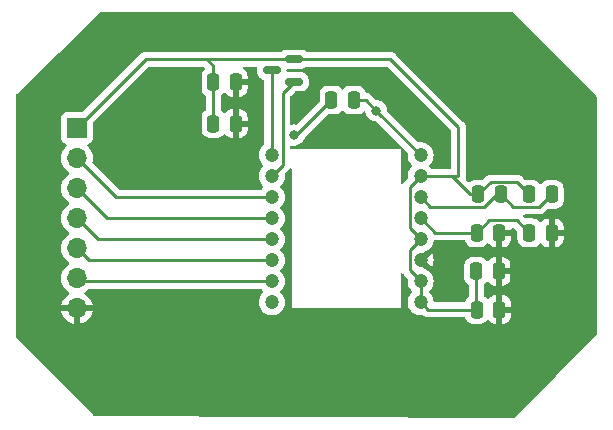
<source format=gbr>
%TF.GenerationSoftware,KiCad,Pcbnew,7.0.8*%
%TF.CreationDate,2023-12-08T10:16:49-06:00*%
%TF.ProjectId,ADNS9800,41444e53-3938-4303-902e-6b696361645f,rev?*%
%TF.SameCoordinates,Original*%
%TF.FileFunction,Copper,L1,Top*%
%TF.FilePolarity,Positive*%
%FSLAX46Y46*%
G04 Gerber Fmt 4.6, Leading zero omitted, Abs format (unit mm)*
G04 Created by KiCad (PCBNEW 7.0.8) date 2023-12-08 10:16:49*
%MOMM*%
%LPD*%
G01*
G04 APERTURE LIST*
G04 Aperture macros list*
%AMRoundRect*
0 Rectangle with rounded corners*
0 $1 Rounding radius*
0 $2 $3 $4 $5 $6 $7 $8 $9 X,Y pos of 4 corners*
0 Add a 4 corners polygon primitive as box body*
4,1,4,$2,$3,$4,$5,$6,$7,$8,$9,$2,$3,0*
0 Add four circle primitives for the rounded corners*
1,1,$1+$1,$2,$3*
1,1,$1+$1,$4,$5*
1,1,$1+$1,$6,$7*
1,1,$1+$1,$8,$9*
0 Add four rect primitives between the rounded corners*
20,1,$1+$1,$2,$3,$4,$5,0*
20,1,$1+$1,$4,$5,$6,$7,0*
20,1,$1+$1,$6,$7,$8,$9,0*
20,1,$1+$1,$8,$9,$2,$3,0*%
G04 Aperture macros list end*
%TA.AperFunction,ComponentPad*%
%ADD10C,1.200000*%
%TD*%
%TA.AperFunction,SMDPad,CuDef*%
%ADD11RoundRect,0.150000X0.587500X0.150000X-0.587500X0.150000X-0.587500X-0.150000X0.587500X-0.150000X0*%
%TD*%
%TA.AperFunction,ComponentPad*%
%ADD12R,1.700000X1.700000*%
%TD*%
%TA.AperFunction,ComponentPad*%
%ADD13O,1.700000X1.700000*%
%TD*%
%TA.AperFunction,SMDPad,CuDef*%
%ADD14RoundRect,0.250000X-0.250000X-0.475000X0.250000X-0.475000X0.250000X0.475000X-0.250000X0.475000X0*%
%TD*%
%TA.AperFunction,ViaPad*%
%ADD15C,0.800000*%
%TD*%
%TA.AperFunction,Conductor*%
%ADD16C,0.250000*%
%TD*%
G04 APERTURE END LIST*
D10*
%TO.P,U1,1,+VCSEL*%
%TO.N,Net-(Q1-D)*%
X142250000Y-79915000D03*
%TO.P,U1,2,LASER_NEN*%
%TO.N,Net-(Q1-G)*%
X142250000Y-81695000D03*
%TO.P,U1,3,NCS*%
%TO.N,~NCS*%
X142250000Y-83475000D03*
%TO.P,U1,4,MISO*%
%TO.N,MISO*%
X142250000Y-85255000D03*
%TO.P,U1,5,SCLK*%
%TO.N,SCLK*%
X142250000Y-87035000D03*
%TO.P,U1,6,MOSI*%
%TO.N,MOSI*%
X142250000Y-88815000D03*
%TO.P,U1,7,MOTION*%
%TO.N,Motion*%
X142250000Y-90595000D03*
%TO.P,U1,8,XYLASER*%
%TO.N,Net-(U1--VCSEL)*%
X142250000Y-92375000D03*
%TO.P,U1,9,VCC*%
%TO.N,VCC*%
X154850000Y-92375000D03*
%TO.P,U1,10,PWR_OPT*%
X154850000Y-90595000D03*
%TO.P,U1,11,VSS*%
%TO.N,VSS*%
X154850000Y-88815000D03*
%TO.P,U1,12,VCC*%
%TO.N,VCC*%
X154850000Y-87035000D03*
%TO.P,U1,13,REFA*%
%TO.N,Net-(U1-REFA)*%
X154850000Y-85255000D03*
%TO.P,U1,14,DGND*%
%TO.N,Net-(U1-DGND)*%
X154850000Y-83475000D03*
%TO.P,U1,15,VCC*%
%TO.N,VCC*%
X154850000Y-81695000D03*
%TO.P,U1,16,-VCSEL*%
%TO.N,Net-(U1--VCSEL)*%
X154850000Y-79915000D03*
%TD*%
D11*
%TO.P,Q1,1,G*%
%TO.N,Net-(Q1-G)*%
X144125000Y-73700000D03*
%TO.P,Q1,2,S*%
%TO.N,VCC*%
X144125000Y-71800000D03*
%TO.P,Q1,3,D*%
%TO.N,Net-(Q1-D)*%
X142250000Y-72750000D03*
%TD*%
D12*
%TO.P,J1,1,Pin_1*%
%TO.N,VCC*%
X125750000Y-77630000D03*
D13*
%TO.P,J1,2,Pin_2*%
%TO.N,~NCS*%
X125750000Y-80170000D03*
%TO.P,J1,3,Pin_3*%
%TO.N,MISO*%
X125750000Y-82710000D03*
%TO.P,J1,4,Pin_4*%
%TO.N,SCLK*%
X125750000Y-85250000D03*
%TO.P,J1,5,Pin_5*%
%TO.N,MOSI*%
X125750000Y-87790000D03*
%TO.P,J1,6,Pin_6*%
%TO.N,Motion*%
X125750000Y-90330000D03*
%TO.P,J1,7,Pin_7*%
%TO.N,VSS*%
X125750000Y-92870000D03*
%TD*%
D14*
%TO.P,C9,1*%
%TO.N,Net-(U1-REFA)*%
X164050000Y-86500000D03*
%TO.P,C9,2*%
%TO.N,VSS*%
X165950000Y-86500000D03*
%TD*%
%TO.P,C8,1*%
%TO.N,Net-(U1-REFA)*%
X159600000Y-86500000D03*
%TO.P,C8,2*%
%TO.N,VSS*%
X161500000Y-86500000D03*
%TD*%
%TO.P,C7,1*%
%TO.N,VCC*%
X159750000Y-83250000D03*
%TO.P,C7,2*%
%TO.N,Net-(U1-DGND)*%
X161650000Y-83250000D03*
%TD*%
%TO.P,C6,1*%
%TO.N,VCC*%
X164050000Y-83250000D03*
%TO.P,C6,2*%
%TO.N,Net-(U1-DGND)*%
X165950000Y-83250000D03*
%TD*%
%TO.P,C5,1*%
%TO.N,VCC*%
X159600000Y-93000000D03*
%TO.P,C5,2*%
%TO.N,VSS*%
X161500000Y-93000000D03*
%TD*%
%TO.P,C4,1*%
%TO.N,VCC*%
X159550000Y-89750000D03*
%TO.P,C4,2*%
%TO.N,VSS*%
X161450000Y-89750000D03*
%TD*%
%TO.P,C3,1*%
%TO.N,VCC*%
X137300000Y-77250000D03*
%TO.P,C3,2*%
%TO.N,VSS*%
X139200000Y-77250000D03*
%TD*%
%TO.P,C2,1*%
%TO.N,VCC*%
X137300000Y-73750000D03*
%TO.P,C2,2*%
%TO.N,VSS*%
X139200000Y-73750000D03*
%TD*%
%TO.P,C1,1*%
%TO.N,Net-(Q1-D)*%
X147300000Y-75250000D03*
%TO.P,C1,2*%
%TO.N,Net-(U1--VCSEL)*%
X149200000Y-75250000D03*
%TD*%
D15*
%TO.N,VSS*%
X151800000Y-78400000D03*
X153800000Y-75400000D03*
X122600000Y-78800000D03*
X133200000Y-69400000D03*
X132800000Y-75600000D03*
X157600000Y-71400000D03*
X160400000Y-79000000D03*
X139000000Y-92800000D03*
X137600000Y-81600000D03*
X157000000Y-89800000D03*
%TO.N,Net-(U1--VCSEL)*%
X151092500Y-76157500D03*
%TO.N,Net-(Q1-D)*%
X144142188Y-78225000D03*
%TD*%
D16*
%TO.N,VCC*%
X137300000Y-73750000D02*
X137300000Y-72350000D01*
X144125000Y-71800000D02*
X136750000Y-71800000D01*
X136750000Y-71800000D02*
X131580000Y-71800000D01*
X137300000Y-72350000D02*
X136750000Y-71800000D01*
X137300000Y-77250000D02*
X137300000Y-73750000D01*
%TO.N,Net-(U1--VCSEL)*%
X151092500Y-76157500D02*
X154850000Y-79915000D01*
X150185000Y-75250000D02*
X151092500Y-76157500D01*
%TO.N,Net-(Q1-D)*%
X144325000Y-78225000D02*
X144142188Y-78225000D01*
X147300000Y-75250000D02*
X144325000Y-78225000D01*
%TO.N,Net-(Q1-G)*%
X143175000Y-80770000D02*
X142250000Y-81695000D01*
X144125000Y-73700000D02*
X143175000Y-74650000D01*
X143175000Y-74650000D02*
X143175000Y-80770000D01*
%TO.N,Motion*%
X126015000Y-90595000D02*
X125750000Y-90330000D01*
X142250000Y-90595000D02*
X126015000Y-90595000D01*
%TO.N,MOSI*%
X126775000Y-88815000D02*
X125750000Y-87790000D01*
X142250000Y-88815000D02*
X126775000Y-88815000D01*
%TO.N,SCLK*%
X142250000Y-87035000D02*
X127535000Y-87035000D01*
X127535000Y-87035000D02*
X125750000Y-85250000D01*
%TO.N,MISO*%
X128295000Y-85255000D02*
X125750000Y-82710000D01*
X142250000Y-85255000D02*
X128295000Y-85255000D01*
%TO.N,~NCS*%
X129055000Y-83475000D02*
X125750000Y-80170000D01*
X142250000Y-83475000D02*
X129055000Y-83475000D01*
%TO.N,VCC*%
X153925000Y-86110000D02*
X153925000Y-82620000D01*
X154850000Y-87035000D02*
X153925000Y-86110000D01*
X153925000Y-82620000D02*
X154850000Y-81695000D01*
X153925000Y-89670000D02*
X153925000Y-87960000D01*
X153925000Y-87960000D02*
X154850000Y-87035000D01*
X154850000Y-90595000D02*
X153925000Y-89670000D01*
X159550000Y-92950000D02*
X159600000Y-93000000D01*
X159550000Y-89750000D02*
X159550000Y-92950000D01*
X154850000Y-92375000D02*
X154850000Y-90595000D01*
X159600000Y-93000000D02*
X155475000Y-93000000D01*
X155475000Y-93000000D02*
X154850000Y-92375000D01*
%TO.N,Net-(U1-REFA)*%
X163000000Y-85450000D02*
X164050000Y-86500000D01*
X159600000Y-86500000D02*
X160650000Y-85450000D01*
X160650000Y-85450000D02*
X163000000Y-85450000D01*
X156095000Y-86500000D02*
X154850000Y-85255000D01*
X159600000Y-86500000D02*
X156095000Y-86500000D01*
%TO.N,Net-(U1-DGND)*%
X155675000Y-84300000D02*
X154850000Y-83475000D01*
X160238174Y-84300000D02*
X155675000Y-84300000D01*
X161288174Y-83250000D02*
X160238174Y-84300000D01*
X161650000Y-83250000D02*
X161288174Y-83250000D01*
X164900000Y-84300000D02*
X162700000Y-84300000D01*
X162700000Y-84300000D02*
X161650000Y-83250000D01*
X165950000Y-83250000D02*
X164900000Y-84300000D01*
%TO.N,VCC*%
X163000000Y-82200000D02*
X164050000Y-83250000D01*
X160800000Y-82200000D02*
X163000000Y-82200000D01*
X159750000Y-83250000D02*
X160800000Y-82200000D01*
X159055000Y-83250000D02*
X157500000Y-81695000D01*
X159750000Y-83250000D02*
X159055000Y-83250000D01*
X157500000Y-81695000D02*
X158055000Y-81695000D01*
X154850000Y-81695000D02*
X157500000Y-81695000D01*
%TO.N,Net-(U1--VCSEL)*%
X149200000Y-75250000D02*
X150185000Y-75250000D01*
%TO.N,VCC*%
X152300000Y-71800000D02*
X144125000Y-71800000D01*
X158055000Y-77555000D02*
X152300000Y-71800000D01*
X158055000Y-81695000D02*
X158055000Y-77555000D01*
X131580000Y-71800000D02*
X125750000Y-77630000D01*
%TO.N,Net-(Q1-D)*%
X142250000Y-79915000D02*
X142250000Y-72750000D01*
%TD*%
%TA.AperFunction,Conductor*%
%TO.N,VSS*%
G36*
X136506587Y-72445185D02*
G01*
X136527229Y-72461819D01*
X136576840Y-72511430D01*
X136610325Y-72572753D01*
X136605341Y-72642445D01*
X136576840Y-72686792D01*
X136457289Y-72806342D01*
X136365187Y-72955663D01*
X136365185Y-72955668D01*
X136339919Y-73031917D01*
X136310001Y-73122203D01*
X136310001Y-73122204D01*
X136310000Y-73122204D01*
X136299500Y-73224983D01*
X136299500Y-74275001D01*
X136299501Y-74275019D01*
X136310000Y-74377796D01*
X136310001Y-74377799D01*
X136334505Y-74451745D01*
X136365186Y-74544334D01*
X136457096Y-74693345D01*
X136457289Y-74693657D01*
X136581345Y-74817713D01*
X136615594Y-74838837D01*
X136662320Y-74890784D01*
X136674500Y-74944377D01*
X136674500Y-76055621D01*
X136654815Y-76122660D01*
X136615599Y-76161158D01*
X136581346Y-76182285D01*
X136457289Y-76306342D01*
X136365187Y-76455663D01*
X136365185Y-76455668D01*
X136338013Y-76537669D01*
X136310001Y-76622203D01*
X136310001Y-76622204D01*
X136310000Y-76622204D01*
X136299500Y-76724983D01*
X136299500Y-77775001D01*
X136299501Y-77775019D01*
X136310000Y-77877796D01*
X136310001Y-77877799D01*
X136365115Y-78044119D01*
X136365186Y-78044334D01*
X136457288Y-78193656D01*
X136581344Y-78317712D01*
X136730666Y-78409814D01*
X136897203Y-78464999D01*
X136999991Y-78475500D01*
X137600008Y-78475499D01*
X137600016Y-78475498D01*
X137600019Y-78475498D01*
X137656302Y-78469748D01*
X137702797Y-78464999D01*
X137869334Y-78409814D01*
X138018656Y-78317712D01*
X138142712Y-78193656D01*
X138144752Y-78190347D01*
X138146745Y-78188555D01*
X138147193Y-78187989D01*
X138147289Y-78188065D01*
X138196694Y-78143623D01*
X138265656Y-78132395D01*
X138329740Y-78160234D01*
X138355829Y-78190339D01*
X138357681Y-78193341D01*
X138357683Y-78193344D01*
X138481654Y-78317315D01*
X138630875Y-78409356D01*
X138630880Y-78409358D01*
X138797302Y-78464505D01*
X138797309Y-78464506D01*
X138900019Y-78474999D01*
X138949999Y-78474998D01*
X138950000Y-78474998D01*
X138950000Y-77500000D01*
X139450000Y-77500000D01*
X139450000Y-78474999D01*
X139499972Y-78474999D01*
X139499986Y-78474998D01*
X139602697Y-78464505D01*
X139769119Y-78409358D01*
X139769124Y-78409356D01*
X139918345Y-78317315D01*
X140042315Y-78193345D01*
X140134356Y-78044124D01*
X140134358Y-78044119D01*
X140189505Y-77877697D01*
X140189506Y-77877690D01*
X140199999Y-77774986D01*
X140200000Y-77774973D01*
X140200000Y-77500000D01*
X139450000Y-77500000D01*
X138950000Y-77500000D01*
X138950000Y-76025000D01*
X139450000Y-76025000D01*
X139450000Y-77000000D01*
X140199999Y-77000000D01*
X140199999Y-76725028D01*
X140199998Y-76725013D01*
X140189505Y-76622302D01*
X140134358Y-76455880D01*
X140134356Y-76455875D01*
X140042315Y-76306654D01*
X139918345Y-76182684D01*
X139769124Y-76090643D01*
X139769119Y-76090641D01*
X139602697Y-76035494D01*
X139602690Y-76035493D01*
X139499986Y-76025000D01*
X139450000Y-76025000D01*
X138950000Y-76025000D01*
X138949999Y-76024999D01*
X138900029Y-76025000D01*
X138900011Y-76025001D01*
X138797302Y-76035494D01*
X138630880Y-76090641D01*
X138630875Y-76090643D01*
X138481654Y-76182684D01*
X138357683Y-76306655D01*
X138357679Y-76306660D01*
X138355826Y-76309665D01*
X138354018Y-76311290D01*
X138353202Y-76312323D01*
X138353025Y-76312183D01*
X138303874Y-76356385D01*
X138234911Y-76367601D01*
X138170831Y-76339752D01*
X138144753Y-76309653D01*
X138144737Y-76309628D01*
X138142712Y-76306344D01*
X138018656Y-76182288D01*
X138018653Y-76182285D01*
X137984401Y-76161158D01*
X137937678Y-76109210D01*
X137925500Y-76055621D01*
X137925500Y-74944377D01*
X137945185Y-74877338D01*
X137984406Y-74838837D01*
X138018654Y-74817713D01*
X138018653Y-74817713D01*
X138018656Y-74817712D01*
X138142712Y-74693656D01*
X138144752Y-74690347D01*
X138146745Y-74688555D01*
X138147193Y-74687989D01*
X138147289Y-74688065D01*
X138196694Y-74643623D01*
X138265656Y-74632395D01*
X138329740Y-74660234D01*
X138355829Y-74690339D01*
X138357681Y-74693341D01*
X138357683Y-74693344D01*
X138481654Y-74817315D01*
X138630875Y-74909356D01*
X138630880Y-74909358D01*
X138797302Y-74964505D01*
X138797309Y-74964506D01*
X138900019Y-74974999D01*
X138949999Y-74974998D01*
X138950000Y-74974998D01*
X138950000Y-74000000D01*
X139450000Y-74000000D01*
X139450000Y-74974999D01*
X139499972Y-74974999D01*
X139499986Y-74974998D01*
X139602697Y-74964505D01*
X139769119Y-74909358D01*
X139769124Y-74909356D01*
X139918345Y-74817315D01*
X140042315Y-74693345D01*
X140134356Y-74544124D01*
X140134358Y-74544119D01*
X140189505Y-74377697D01*
X140189506Y-74377690D01*
X140199999Y-74274986D01*
X140200000Y-74274973D01*
X140200000Y-74000000D01*
X139450000Y-74000000D01*
X138950000Y-74000000D01*
X138950000Y-73624000D01*
X138969685Y-73556961D01*
X139022489Y-73511206D01*
X139074000Y-73500000D01*
X140199999Y-73500000D01*
X140199999Y-73225028D01*
X140199998Y-73225013D01*
X140189505Y-73122302D01*
X140134358Y-72955880D01*
X140134356Y-72955875D01*
X140042315Y-72806654D01*
X139918345Y-72682684D01*
X139873525Y-72655039D01*
X139826801Y-72603091D01*
X139815578Y-72534128D01*
X139843422Y-72470046D01*
X139901490Y-72431190D01*
X139938622Y-72425500D01*
X140888000Y-72425500D01*
X140955039Y-72445185D01*
X141000794Y-72497989D01*
X141012000Y-72549500D01*
X141012000Y-72965696D01*
X141014901Y-73002567D01*
X141014902Y-73002573D01*
X141060754Y-73160393D01*
X141060755Y-73160396D01*
X141144417Y-73301862D01*
X141144423Y-73301870D01*
X141260629Y-73418076D01*
X141260633Y-73418079D01*
X141260635Y-73418081D01*
X141402102Y-73501744D01*
X141535097Y-73540383D01*
X141593980Y-73577988D01*
X141623187Y-73641460D01*
X141624500Y-73659458D01*
X141624500Y-78941309D01*
X141604815Y-79008348D01*
X141584038Y-79032946D01*
X141433237Y-79170418D01*
X141310327Y-79333178D01*
X141219422Y-79515739D01*
X141219417Y-79515752D01*
X141163602Y-79711917D01*
X141144785Y-79914999D01*
X141144785Y-79915000D01*
X141163602Y-80118082D01*
X141219417Y-80314247D01*
X141219422Y-80314260D01*
X141310327Y-80496821D01*
X141433235Y-80659578D01*
X141492234Y-80713363D01*
X141528515Y-80773075D01*
X141526754Y-80842922D01*
X141492234Y-80896637D01*
X141433235Y-80950421D01*
X141310327Y-81113178D01*
X141219422Y-81295739D01*
X141219417Y-81295752D01*
X141163602Y-81491917D01*
X141144785Y-81694999D01*
X141144785Y-81695000D01*
X141163602Y-81898082D01*
X141219417Y-82094247D01*
X141219422Y-82094260D01*
X141310327Y-82276821D01*
X141433235Y-82439578D01*
X141492234Y-82493363D01*
X141528515Y-82553075D01*
X141526754Y-82622922D01*
X141492234Y-82676637D01*
X141433235Y-82730421D01*
X141380521Y-82800227D01*
X141324412Y-82841863D01*
X141281567Y-82849500D01*
X129365452Y-82849500D01*
X129298413Y-82829815D01*
X129277771Y-82813181D01*
X127090237Y-80625646D01*
X127056752Y-80564323D01*
X127058142Y-80505876D01*
X127085063Y-80405408D01*
X127105659Y-80170000D01*
X127085063Y-79934592D01*
X127023903Y-79706337D01*
X126924035Y-79492171D01*
X126869731Y-79414617D01*
X126788496Y-79298600D01*
X126753997Y-79264101D01*
X126666567Y-79176671D01*
X126633084Y-79115351D01*
X126638068Y-79045659D01*
X126679939Y-78989725D01*
X126710915Y-78972810D01*
X126842331Y-78923796D01*
X126957546Y-78837546D01*
X127043796Y-78722331D01*
X127094091Y-78587483D01*
X127100500Y-78527873D01*
X127100499Y-77215450D01*
X127120184Y-77148412D01*
X127136813Y-77127775D01*
X131802772Y-72461819D01*
X131864095Y-72428334D01*
X131890453Y-72425500D01*
X136439548Y-72425500D01*
X136506587Y-72445185D01*
G37*
%TD.AperFunction*%
%TA.AperFunction,Conductor*%
G36*
X148329451Y-76160713D02*
G01*
X148355537Y-76190817D01*
X148357288Y-76193656D01*
X148481344Y-76317712D01*
X148630666Y-76409814D01*
X148797203Y-76464999D01*
X148899991Y-76475500D01*
X149500008Y-76475499D01*
X149500016Y-76475498D01*
X149500019Y-76475498D01*
X149556302Y-76469748D01*
X149602797Y-76464999D01*
X149769334Y-76409814D01*
X149918656Y-76317712D01*
X149992927Y-76243440D01*
X150054246Y-76209958D01*
X150123938Y-76214942D01*
X150179872Y-76256813D01*
X150203925Y-76318158D01*
X150206826Y-76345756D01*
X150206826Y-76345758D01*
X150206827Y-76345760D01*
X150265318Y-76525777D01*
X150265321Y-76525784D01*
X150359967Y-76689716D01*
X150486629Y-76830388D01*
X150639765Y-76941648D01*
X150639770Y-76941651D01*
X150812692Y-77018642D01*
X150812697Y-77018644D01*
X150997854Y-77058000D01*
X151057048Y-77058000D01*
X151124087Y-77077685D01*
X151144729Y-77094319D01*
X153253187Y-79202778D01*
X153286672Y-79264101D01*
X153285698Y-79277719D01*
X153292280Y-79276778D01*
X153355817Y-79305846D01*
X153362232Y-79311823D01*
X153722333Y-79671924D01*
X153755818Y-79733247D01*
X153758123Y-79771045D01*
X153744785Y-79914998D01*
X153744785Y-79915000D01*
X153763602Y-80118082D01*
X153819417Y-80314247D01*
X153819422Y-80314260D01*
X153910327Y-80496821D01*
X154033235Y-80659578D01*
X154092234Y-80713363D01*
X154128515Y-80773075D01*
X154126754Y-80842922D01*
X154092234Y-80896637D01*
X154033235Y-80950421D01*
X153910327Y-81113178D01*
X153819422Y-81295739D01*
X153819417Y-81295752D01*
X153763602Y-81491917D01*
X153744785Y-81694999D01*
X153744785Y-81695001D01*
X153758123Y-81838953D01*
X153744708Y-81907522D01*
X153722333Y-81938074D01*
X153541208Y-82119199D01*
X153528951Y-82129020D01*
X153529134Y-82129241D01*
X153523123Y-82134213D01*
X153475772Y-82184636D01*
X153454889Y-82205519D01*
X153454877Y-82205532D01*
X153450621Y-82211017D01*
X153446837Y-82215447D01*
X153414937Y-82249418D01*
X153414936Y-82249420D01*
X153405284Y-82266976D01*
X153394610Y-82283226D01*
X153382324Y-82299066D01*
X153381228Y-82300921D01*
X153379990Y-82302075D01*
X153377551Y-82305222D01*
X153377043Y-82304828D01*
X153330156Y-82348602D01*
X153261414Y-82361102D01*
X153196826Y-82334452D01*
X153156899Y-82277114D01*
X153150500Y-82237794D01*
X153150500Y-79439759D01*
X153150528Y-79439619D01*
X153150524Y-79439619D01*
X153150541Y-79414459D01*
X153125446Y-79414459D01*
X153125240Y-79414500D01*
X143974760Y-79414500D01*
X143974554Y-79414459D01*
X143925339Y-79414459D01*
X143925339Y-79410372D01*
X143902418Y-79412824D01*
X143839956Y-79381516D01*
X143804335Y-79321408D01*
X143800500Y-79290806D01*
X143800500Y-79226116D01*
X143820185Y-79159077D01*
X143872989Y-79113322D01*
X143942147Y-79103378D01*
X143950260Y-79104822D01*
X144047542Y-79125500D01*
X144047543Y-79125500D01*
X144236832Y-79125500D01*
X144236834Y-79125500D01*
X144421991Y-79086144D01*
X144594918Y-79009151D01*
X144748059Y-78897888D01*
X144874721Y-78757216D01*
X144969367Y-78593284D01*
X145021805Y-78431894D01*
X145052053Y-78382535D01*
X146922772Y-76511816D01*
X146984093Y-76478333D01*
X147010441Y-76475499D01*
X147600008Y-76475499D01*
X147600016Y-76475498D01*
X147600019Y-76475498D01*
X147656302Y-76469748D01*
X147702797Y-76464999D01*
X147869334Y-76409814D01*
X148018656Y-76317712D01*
X148142712Y-76193656D01*
X148144461Y-76190819D01*
X148146169Y-76189283D01*
X148147193Y-76187989D01*
X148147414Y-76188163D01*
X148196406Y-76144096D01*
X148265368Y-76132872D01*
X148329451Y-76160713D01*
G37*
%TD.AperFunction*%
%TA.AperFunction,Conductor*%
G36*
X152056587Y-72445185D02*
G01*
X152077229Y-72461819D01*
X157393181Y-77777771D01*
X157426666Y-77839094D01*
X157429500Y-77865452D01*
X157429500Y-80945500D01*
X157409815Y-81012539D01*
X157357011Y-81058294D01*
X157305500Y-81069500D01*
X155818433Y-81069500D01*
X155751394Y-81049815D01*
X155719479Y-81020227D01*
X155666762Y-80950419D01*
X155607766Y-80896637D01*
X155571484Y-80836926D01*
X155573245Y-80767079D01*
X155607766Y-80713363D01*
X155622853Y-80699608D01*
X155666764Y-80659579D01*
X155789673Y-80496821D01*
X155880582Y-80314250D01*
X155936397Y-80118083D01*
X155955215Y-79915000D01*
X155936397Y-79711917D01*
X155880582Y-79515750D01*
X155842673Y-79439619D01*
X155813742Y-79381516D01*
X155789673Y-79333179D01*
X155671486Y-79176674D01*
X155666762Y-79170418D01*
X155516041Y-79033019D01*
X155516039Y-79033017D01*
X155342642Y-78925655D01*
X155342635Y-78925651D01*
X155247546Y-78888814D01*
X155152456Y-78851976D01*
X154951976Y-78814500D01*
X154748024Y-78814500D01*
X154748018Y-78814500D01*
X154716278Y-78820433D01*
X154646763Y-78813400D01*
X154605816Y-78786225D01*
X152031460Y-76211869D01*
X151997975Y-76150546D01*
X151995823Y-76137168D01*
X151978174Y-75969244D01*
X151919679Y-75789216D01*
X151825033Y-75625284D01*
X151698371Y-75484612D01*
X151698370Y-75484611D01*
X151545234Y-75373351D01*
X151545229Y-75373348D01*
X151372307Y-75296357D01*
X151372302Y-75296355D01*
X151226501Y-75265365D01*
X151187146Y-75257000D01*
X151187145Y-75257000D01*
X151127953Y-75257000D01*
X151060914Y-75237315D01*
X151040272Y-75220681D01*
X150685803Y-74866212D01*
X150675980Y-74853950D01*
X150675759Y-74854134D01*
X150670786Y-74848123D01*
X150620364Y-74800773D01*
X150604940Y-74785349D01*
X150599475Y-74779883D01*
X150593986Y-74775625D01*
X150589561Y-74771847D01*
X150555582Y-74739938D01*
X150555580Y-74739936D01*
X150555577Y-74739935D01*
X150538029Y-74730288D01*
X150521763Y-74719604D01*
X150505933Y-74707325D01*
X150463168Y-74688818D01*
X150457922Y-74686248D01*
X150417093Y-74663803D01*
X150417092Y-74663802D01*
X150397693Y-74658822D01*
X150379281Y-74652518D01*
X150360898Y-74644562D01*
X150360892Y-74644560D01*
X150314874Y-74637272D01*
X150309152Y-74636087D01*
X150256463Y-74622560D01*
X150256854Y-74621033D01*
X150201076Y-74596699D01*
X150162965Y-74540621D01*
X150161705Y-74536819D01*
X150134814Y-74455666D01*
X150042712Y-74306344D01*
X149918656Y-74182288D01*
X149769334Y-74090186D01*
X149602797Y-74035001D01*
X149602795Y-74035000D01*
X149500010Y-74024500D01*
X148899998Y-74024500D01*
X148899980Y-74024501D01*
X148797203Y-74035000D01*
X148797200Y-74035001D01*
X148630668Y-74090185D01*
X148630663Y-74090187D01*
X148481342Y-74182289D01*
X148357285Y-74306346D01*
X148355537Y-74309182D01*
X148353829Y-74310717D01*
X148352807Y-74312011D01*
X148352585Y-74311836D01*
X148303589Y-74355905D01*
X148234626Y-74367126D01*
X148170544Y-74339282D01*
X148144463Y-74309182D01*
X148142714Y-74306346D01*
X148018657Y-74182289D01*
X148018656Y-74182288D01*
X147869334Y-74090186D01*
X147702797Y-74035001D01*
X147702795Y-74035000D01*
X147600010Y-74024500D01*
X146999998Y-74024500D01*
X146999980Y-74024501D01*
X146897203Y-74035000D01*
X146897200Y-74035001D01*
X146730668Y-74090185D01*
X146730663Y-74090187D01*
X146581342Y-74182289D01*
X146457289Y-74306342D01*
X146365187Y-74455663D01*
X146365185Y-74455668D01*
X146337349Y-74539670D01*
X146310001Y-74622203D01*
X146310001Y-74622204D01*
X146310000Y-74622204D01*
X146299500Y-74724983D01*
X146299500Y-75314546D01*
X146279815Y-75381585D01*
X146263181Y-75402227D01*
X144370272Y-77295135D01*
X144308949Y-77328620D01*
X144256815Y-77328745D01*
X144236839Y-77324500D01*
X144236834Y-77324500D01*
X144047542Y-77324500D01*
X144047540Y-77324500D01*
X143950280Y-77345173D01*
X143880613Y-77339857D01*
X143824880Y-77297719D01*
X143800775Y-77232139D01*
X143800500Y-77223883D01*
X143800500Y-74960452D01*
X143820185Y-74893413D01*
X143836819Y-74872771D01*
X144172772Y-74536819D01*
X144234095Y-74503334D01*
X144260453Y-74500500D01*
X144778196Y-74500500D01*
X144796631Y-74499049D01*
X144815069Y-74497598D01*
X144815071Y-74497597D01*
X144815073Y-74497597D01*
X144856691Y-74485505D01*
X144972898Y-74451744D01*
X145114365Y-74368081D01*
X145230581Y-74251865D01*
X145314244Y-74110398D01*
X145360098Y-73952569D01*
X145363000Y-73915694D01*
X145363000Y-73484306D01*
X145360098Y-73447431D01*
X145351571Y-73418082D01*
X145314245Y-73289606D01*
X145314244Y-73289603D01*
X145314244Y-73289602D01*
X145230581Y-73148135D01*
X145230579Y-73148133D01*
X145230576Y-73148129D01*
X145114370Y-73031923D01*
X145114362Y-73031917D01*
X145020925Y-72976659D01*
X144972898Y-72948256D01*
X144972897Y-72948255D01*
X144972896Y-72948255D01*
X144972893Y-72948254D01*
X144815073Y-72902402D01*
X144815067Y-72902401D01*
X144778196Y-72899500D01*
X144778194Y-72899500D01*
X143612000Y-72899500D01*
X143544961Y-72879815D01*
X143499206Y-72827011D01*
X143488000Y-72775500D01*
X143488000Y-72724500D01*
X143507685Y-72657461D01*
X143560489Y-72611706D01*
X143612000Y-72600500D01*
X144778196Y-72600500D01*
X144796631Y-72599049D01*
X144815069Y-72597598D01*
X144815071Y-72597597D01*
X144815073Y-72597597D01*
X144900585Y-72572753D01*
X144972898Y-72551744D01*
X145114365Y-72468081D01*
X145114370Y-72468076D01*
X145120628Y-72461819D01*
X145181951Y-72428334D01*
X145208309Y-72425500D01*
X151989548Y-72425500D01*
X152056587Y-72445185D01*
G37*
%TD.AperFunction*%
%TA.AperFunction,Conductor*%
G36*
X162615677Y-67819685D02*
G01*
X162636319Y-67836319D01*
X169763681Y-74963681D01*
X169797166Y-75025004D01*
X169800000Y-75051362D01*
X169800000Y-94949657D01*
X169780315Y-95016696D01*
X169764907Y-95036095D01*
X162836805Y-102162143D01*
X162775960Y-102196488D01*
X162747201Y-102199703D01*
X127250953Y-102000286D01*
X127184026Y-101980225D01*
X127163969Y-101963969D01*
X120636319Y-95436319D01*
X120602834Y-95374996D01*
X120600000Y-95348638D01*
X120600000Y-90330000D01*
X124394341Y-90330000D01*
X124414936Y-90565403D01*
X124414938Y-90565413D01*
X124476094Y-90793655D01*
X124476096Y-90793659D01*
X124476097Y-90793663D01*
X124530046Y-90909356D01*
X124575965Y-91007830D01*
X124575967Y-91007834D01*
X124684281Y-91162521D01*
X124711505Y-91201401D01*
X124878599Y-91368495D01*
X124990828Y-91447079D01*
X125064594Y-91498730D01*
X125108219Y-91553307D01*
X125115413Y-91622805D01*
X125083890Y-91685160D01*
X125064595Y-91701880D01*
X124878922Y-91831890D01*
X124878920Y-91831891D01*
X124711891Y-91998920D01*
X124711886Y-91998926D01*
X124576400Y-92192420D01*
X124576399Y-92192422D01*
X124476570Y-92406507D01*
X124476567Y-92406513D01*
X124419364Y-92619999D01*
X124419364Y-92620000D01*
X125316314Y-92620000D01*
X125290507Y-92660156D01*
X125250000Y-92798111D01*
X125250000Y-92941889D01*
X125290507Y-93079844D01*
X125316314Y-93120000D01*
X124419364Y-93120000D01*
X124476567Y-93333486D01*
X124476570Y-93333492D01*
X124576399Y-93547578D01*
X124711894Y-93741082D01*
X124878917Y-93908105D01*
X125072421Y-94043600D01*
X125286507Y-94143429D01*
X125286516Y-94143433D01*
X125500000Y-94200634D01*
X125500000Y-93305501D01*
X125607685Y-93354680D01*
X125714237Y-93370000D01*
X125785763Y-93370000D01*
X125892315Y-93354680D01*
X126000000Y-93305501D01*
X126000000Y-94200633D01*
X126213483Y-94143433D01*
X126213492Y-94143429D01*
X126427578Y-94043600D01*
X126621082Y-93908105D01*
X126788105Y-93741082D01*
X126923600Y-93547578D01*
X127023429Y-93333492D01*
X127023432Y-93333486D01*
X127080636Y-93120000D01*
X126183686Y-93120000D01*
X126209493Y-93079844D01*
X126250000Y-92941889D01*
X126250000Y-92798111D01*
X126209493Y-92660156D01*
X126183686Y-92620000D01*
X127080636Y-92620000D01*
X127080635Y-92619999D01*
X127023432Y-92406513D01*
X127023429Y-92406507D01*
X126923600Y-92192422D01*
X126923599Y-92192420D01*
X126788113Y-91998926D01*
X126788108Y-91998920D01*
X126621078Y-91831890D01*
X126435405Y-91701879D01*
X126391780Y-91647302D01*
X126384588Y-91577804D01*
X126416110Y-91515449D01*
X126435406Y-91498730D01*
X126443562Y-91493019D01*
X126621401Y-91368495D01*
X126733077Y-91256819D01*
X126794400Y-91223334D01*
X126820758Y-91220500D01*
X141281567Y-91220500D01*
X141348606Y-91240185D01*
X141380521Y-91269773D01*
X141433235Y-91339578D01*
X141492234Y-91393363D01*
X141528515Y-91453075D01*
X141526754Y-91522922D01*
X141492234Y-91576637D01*
X141433235Y-91630421D01*
X141310327Y-91793178D01*
X141219422Y-91975739D01*
X141219417Y-91975752D01*
X141163602Y-92171917D01*
X141144785Y-92374999D01*
X141144785Y-92375000D01*
X141163602Y-92578082D01*
X141219417Y-92774247D01*
X141219422Y-92774260D01*
X141310327Y-92956821D01*
X141433237Y-93119581D01*
X141583958Y-93256980D01*
X141583960Y-93256982D01*
X141645284Y-93294952D01*
X141757363Y-93364348D01*
X141947544Y-93438024D01*
X142148024Y-93475500D01*
X142148026Y-93475500D01*
X142351974Y-93475500D01*
X142351976Y-93475500D01*
X142552456Y-93438024D01*
X142742637Y-93364348D01*
X142916041Y-93256981D01*
X143066764Y-93119579D01*
X143189673Y-92956821D01*
X143280582Y-92774250D01*
X143336397Y-92578083D01*
X143355215Y-92375000D01*
X143336397Y-92171917D01*
X143280582Y-91975750D01*
X143189673Y-91793179D01*
X143066764Y-91630421D01*
X143007766Y-91576637D01*
X142971484Y-91516926D01*
X142973245Y-91447079D01*
X143007766Y-91393363D01*
X143035041Y-91368498D01*
X143066764Y-91339579D01*
X143189673Y-91176821D01*
X143280582Y-90994250D01*
X143336397Y-90798083D01*
X143355215Y-90595000D01*
X143352472Y-90565403D01*
X143336397Y-90391917D01*
X143332349Y-90377690D01*
X143280582Y-90195750D01*
X143189673Y-90013179D01*
X143066764Y-89850421D01*
X143040844Y-89826792D01*
X143007766Y-89796637D01*
X142971484Y-89736926D01*
X142973245Y-89667079D01*
X143007766Y-89613363D01*
X143044388Y-89579977D01*
X143066764Y-89559579D01*
X143189673Y-89396821D01*
X143280582Y-89214250D01*
X143336397Y-89018083D01*
X143355215Y-88815000D01*
X143336397Y-88611917D01*
X143280582Y-88415750D01*
X143189673Y-88233179D01*
X143066764Y-88070421D01*
X143017393Y-88025413D01*
X143007766Y-88016637D01*
X142971484Y-87956926D01*
X142973245Y-87887079D01*
X143007766Y-87833363D01*
X143022853Y-87819608D01*
X143066764Y-87779579D01*
X143189673Y-87616821D01*
X143280582Y-87434250D01*
X143336397Y-87238083D01*
X143355215Y-87035000D01*
X143354288Y-87025001D01*
X143336397Y-86831917D01*
X143280582Y-86635750D01*
X143270730Y-86615965D01*
X143233694Y-86541586D01*
X143189673Y-86453179D01*
X143066764Y-86290421D01*
X143034717Y-86261206D01*
X143007766Y-86236637D01*
X142971484Y-86176926D01*
X142973245Y-86107079D01*
X143007766Y-86053363D01*
X143022853Y-86039608D01*
X143066764Y-85999579D01*
X143189673Y-85836821D01*
X143280582Y-85654250D01*
X143336397Y-85458083D01*
X143355215Y-85255000D01*
X143336397Y-85051917D01*
X143280582Y-84855750D01*
X143265636Y-84825735D01*
X143212671Y-84719365D01*
X143189673Y-84673179D01*
X143066764Y-84510421D01*
X143031565Y-84478333D01*
X143007766Y-84456637D01*
X142971484Y-84396926D01*
X142973245Y-84327079D01*
X143007766Y-84273363D01*
X143022853Y-84259608D01*
X143066764Y-84219579D01*
X143189673Y-84056821D01*
X143280582Y-83874250D01*
X143336397Y-83678083D01*
X143355215Y-83475000D01*
X143336397Y-83271917D01*
X143280582Y-83075750D01*
X143189673Y-82893179D01*
X143066764Y-82730421D01*
X143060809Y-82724992D01*
X143007766Y-82676637D01*
X142971484Y-82616926D01*
X142973245Y-82547079D01*
X143007766Y-82493363D01*
X143028352Y-82474596D01*
X143066764Y-82439579D01*
X143189673Y-82276821D01*
X143280582Y-82094250D01*
X143336397Y-81898083D01*
X143355215Y-81695000D01*
X143341875Y-81551042D01*
X143355290Y-81482476D01*
X143377662Y-81451926D01*
X143558786Y-81270802D01*
X143571048Y-81260980D01*
X143570865Y-81260759D01*
X143576867Y-81255792D01*
X143576877Y-81255786D01*
X143624241Y-81205348D01*
X143645120Y-81184470D01*
X143649373Y-81178986D01*
X143653150Y-81174563D01*
X143685062Y-81140582D01*
X143694714Y-81123023D01*
X143705389Y-81106772D01*
X143717674Y-81090936D01*
X143717677Y-81090928D01*
X143718765Y-81089090D01*
X143719999Y-81087937D01*
X143722458Y-81084768D01*
X143722968Y-81085164D01*
X143769832Y-81041404D01*
X143838573Y-81028897D01*
X143903164Y-81055540D01*
X143943097Y-81112874D01*
X143949500Y-81152206D01*
X143949500Y-92850467D01*
X143949416Y-92850889D01*
X143949459Y-92875001D01*
X143949500Y-92875099D01*
X143949616Y-92875382D01*
X143949618Y-92875384D01*
X143949808Y-92875462D01*
X143950000Y-92875541D01*
X143950002Y-92875539D01*
X143974616Y-92875524D01*
X143974616Y-92875528D01*
X143974760Y-92875500D01*
X153125240Y-92875500D01*
X153125383Y-92875528D01*
X153125384Y-92875524D01*
X153149997Y-92875539D01*
X153150000Y-92875541D01*
X153150383Y-92875383D01*
X153150500Y-92875099D01*
X153150541Y-92875000D01*
X153150540Y-92874997D01*
X153150583Y-92850889D01*
X153150500Y-92850467D01*
X153150500Y-90049788D01*
X153170185Y-89982749D01*
X153222989Y-89936994D01*
X153292147Y-89927050D01*
X153355703Y-89956075D01*
X153374816Y-89976901D01*
X153391599Y-90000000D01*
X153399898Y-90011423D01*
X153403106Y-90016307D01*
X153426827Y-90056416D01*
X153426833Y-90056424D01*
X153440990Y-90070580D01*
X153453628Y-90085376D01*
X153465405Y-90101586D01*
X153465406Y-90101587D01*
X153501309Y-90131288D01*
X153505620Y-90135210D01*
X153645383Y-90274973D01*
X153722333Y-90351923D01*
X153755818Y-90413246D01*
X153758123Y-90451044D01*
X153744785Y-90594998D01*
X153744785Y-90595000D01*
X153763602Y-90798082D01*
X153819417Y-90994247D01*
X153819422Y-90994260D01*
X153910327Y-91176821D01*
X154033235Y-91339578D01*
X154092234Y-91393363D01*
X154128515Y-91453075D01*
X154126754Y-91522922D01*
X154092234Y-91576637D01*
X154033235Y-91630421D01*
X153910327Y-91793178D01*
X153819422Y-91975739D01*
X153819417Y-91975752D01*
X153763602Y-92171917D01*
X153744785Y-92374999D01*
X153744785Y-92375000D01*
X153763602Y-92578082D01*
X153819417Y-92774247D01*
X153819422Y-92774260D01*
X153910327Y-92956821D01*
X154033237Y-93119581D01*
X154183958Y-93256980D01*
X154183960Y-93256982D01*
X154245284Y-93294952D01*
X154357363Y-93364348D01*
X154547544Y-93438024D01*
X154748024Y-93475500D01*
X154748026Y-93475500D01*
X154951975Y-93475500D01*
X154951976Y-93475500D01*
X154986591Y-93469029D01*
X155056106Y-93476059D01*
X155094259Y-93500522D01*
X155104418Y-93510062D01*
X155121976Y-93519714D01*
X155138235Y-93530395D01*
X155154064Y-93542673D01*
X155196838Y-93561182D01*
X155202056Y-93563738D01*
X155242908Y-93586197D01*
X155262316Y-93591180D01*
X155280717Y-93597480D01*
X155299104Y-93605437D01*
X155342488Y-93612308D01*
X155345119Y-93612725D01*
X155350839Y-93613909D01*
X155395981Y-93625500D01*
X155416016Y-93625500D01*
X155435414Y-93627026D01*
X155455194Y-93630159D01*
X155455195Y-93630160D01*
X155455195Y-93630159D01*
X155455196Y-93630160D01*
X155501584Y-93625775D01*
X155507422Y-93625500D01*
X158519699Y-93625500D01*
X158586738Y-93645185D01*
X158632493Y-93697989D01*
X158637403Y-93710492D01*
X158665186Y-93794334D01*
X158757288Y-93943656D01*
X158881344Y-94067712D01*
X159030666Y-94159814D01*
X159197203Y-94214999D01*
X159299991Y-94225500D01*
X159900008Y-94225499D01*
X159900016Y-94225498D01*
X159900019Y-94225498D01*
X159956302Y-94219748D01*
X160002797Y-94214999D01*
X160169334Y-94159814D01*
X160318656Y-94067712D01*
X160442712Y-93943656D01*
X160444752Y-93940347D01*
X160446745Y-93938555D01*
X160447193Y-93937989D01*
X160447289Y-93938065D01*
X160496694Y-93893623D01*
X160565656Y-93882395D01*
X160629740Y-93910234D01*
X160655829Y-93940339D01*
X160657681Y-93943341D01*
X160657683Y-93943344D01*
X160781654Y-94067315D01*
X160930875Y-94159356D01*
X160930880Y-94159358D01*
X161097302Y-94214505D01*
X161097309Y-94214506D01*
X161200019Y-94224999D01*
X161249999Y-94224998D01*
X161250000Y-94224998D01*
X161250000Y-93250000D01*
X161750000Y-93250000D01*
X161750000Y-94224999D01*
X161799972Y-94224999D01*
X161799986Y-94224998D01*
X161902697Y-94214505D01*
X162069119Y-94159358D01*
X162069124Y-94159356D01*
X162218345Y-94067315D01*
X162342315Y-93943345D01*
X162434356Y-93794124D01*
X162434358Y-93794119D01*
X162489505Y-93627697D01*
X162489506Y-93627690D01*
X162499999Y-93524986D01*
X162500000Y-93524973D01*
X162500000Y-93250000D01*
X161750000Y-93250000D01*
X161250000Y-93250000D01*
X161250000Y-91775000D01*
X161750000Y-91775000D01*
X161750000Y-92750000D01*
X162499999Y-92750000D01*
X162499999Y-92475028D01*
X162499998Y-92475013D01*
X162489505Y-92372302D01*
X162434358Y-92205880D01*
X162434356Y-92205875D01*
X162342315Y-92056654D01*
X162218345Y-91932684D01*
X162069124Y-91840643D01*
X162069119Y-91840641D01*
X161902697Y-91785494D01*
X161902690Y-91785493D01*
X161799986Y-91775000D01*
X161750000Y-91775000D01*
X161250000Y-91775000D01*
X161249999Y-91774999D01*
X161200029Y-91775000D01*
X161200011Y-91775001D01*
X161097302Y-91785494D01*
X160930880Y-91840641D01*
X160930875Y-91840643D01*
X160781654Y-91932684D01*
X160657683Y-92056655D01*
X160657679Y-92056660D01*
X160655826Y-92059665D01*
X160654018Y-92061290D01*
X160653202Y-92062323D01*
X160653025Y-92062183D01*
X160603874Y-92106385D01*
X160534911Y-92117601D01*
X160470831Y-92089752D01*
X160444753Y-92059653D01*
X160444737Y-92059628D01*
X160442712Y-92056344D01*
X160318656Y-91932288D01*
X160318652Y-91932285D01*
X160234403Y-91880319D01*
X160187678Y-91828371D01*
X160175500Y-91774781D01*
X160175500Y-90944377D01*
X160195185Y-90877338D01*
X160234406Y-90838837D01*
X160268654Y-90817713D01*
X160268653Y-90817713D01*
X160268656Y-90817712D01*
X160392712Y-90693656D01*
X160394752Y-90690347D01*
X160396745Y-90688555D01*
X160397193Y-90687989D01*
X160397289Y-90688065D01*
X160446694Y-90643623D01*
X160515656Y-90632395D01*
X160579740Y-90660234D01*
X160605829Y-90690339D01*
X160607681Y-90693341D01*
X160607683Y-90693344D01*
X160731654Y-90817315D01*
X160880875Y-90909356D01*
X160880880Y-90909358D01*
X161047302Y-90964505D01*
X161047309Y-90964506D01*
X161150019Y-90974999D01*
X161199999Y-90974998D01*
X161200000Y-90974998D01*
X161200000Y-90000000D01*
X161700000Y-90000000D01*
X161700000Y-90974999D01*
X161749972Y-90974999D01*
X161749986Y-90974998D01*
X161852697Y-90964505D01*
X162019119Y-90909358D01*
X162019124Y-90909356D01*
X162168345Y-90817315D01*
X162292315Y-90693345D01*
X162384356Y-90544124D01*
X162384358Y-90544119D01*
X162439505Y-90377697D01*
X162439506Y-90377690D01*
X162449999Y-90274986D01*
X162450000Y-90274973D01*
X162450000Y-90000000D01*
X161700000Y-90000000D01*
X161200000Y-90000000D01*
X161200000Y-88525000D01*
X161700000Y-88525000D01*
X161700000Y-89500000D01*
X162449999Y-89500000D01*
X162449999Y-89225028D01*
X162449998Y-89225013D01*
X162439505Y-89122302D01*
X162384358Y-88955880D01*
X162384356Y-88955875D01*
X162292315Y-88806654D01*
X162168345Y-88682684D01*
X162019124Y-88590643D01*
X162019119Y-88590641D01*
X161852697Y-88535494D01*
X161852690Y-88535493D01*
X161749986Y-88525000D01*
X161700000Y-88525000D01*
X161200000Y-88525000D01*
X161199999Y-88524999D01*
X161150029Y-88525000D01*
X161150011Y-88525001D01*
X161047302Y-88535494D01*
X160880880Y-88590641D01*
X160880875Y-88590643D01*
X160731654Y-88682684D01*
X160607683Y-88806655D01*
X160607679Y-88806660D01*
X160605826Y-88809665D01*
X160604018Y-88811290D01*
X160603202Y-88812323D01*
X160603025Y-88812183D01*
X160553874Y-88856385D01*
X160484911Y-88867601D01*
X160420831Y-88839752D01*
X160394753Y-88809653D01*
X160394737Y-88809628D01*
X160392712Y-88806344D01*
X160268656Y-88682288D01*
X160119334Y-88590186D01*
X159952797Y-88535001D01*
X159952795Y-88535000D01*
X159850010Y-88524500D01*
X159249998Y-88524500D01*
X159249980Y-88524501D01*
X159147203Y-88535000D01*
X159147200Y-88535001D01*
X158980668Y-88590185D01*
X158980663Y-88590187D01*
X158831342Y-88682289D01*
X158707289Y-88806342D01*
X158615187Y-88955663D01*
X158615185Y-88955668D01*
X158596187Y-89013002D01*
X158560001Y-89122203D01*
X158560001Y-89122204D01*
X158560000Y-89122204D01*
X158549500Y-89224983D01*
X158549500Y-90275001D01*
X158549501Y-90275019D01*
X158560000Y-90377796D01*
X158560001Y-90377799D01*
X158615185Y-90544331D01*
X158615187Y-90544336D01*
X158646436Y-90594998D01*
X158707096Y-90693345D01*
X158707289Y-90693657D01*
X158831345Y-90817713D01*
X158865594Y-90838837D01*
X158912320Y-90890784D01*
X158924500Y-90944377D01*
X158924500Y-91838132D01*
X158904815Y-91905171D01*
X158885616Y-91926346D01*
X158886451Y-91927181D01*
X158757289Y-92056342D01*
X158665187Y-92205663D01*
X158665185Y-92205668D01*
X158637405Y-92289504D01*
X158597632Y-92346949D01*
X158533116Y-92373772D01*
X158519699Y-92374500D01*
X156068210Y-92374500D01*
X156001171Y-92354815D01*
X155955416Y-92302011D01*
X155944739Y-92261941D01*
X155936397Y-92171918D01*
X155936397Y-92171917D01*
X155880582Y-91975750D01*
X155789673Y-91793179D01*
X155666764Y-91630421D01*
X155607766Y-91576637D01*
X155571484Y-91516926D01*
X155573245Y-91447079D01*
X155607766Y-91393363D01*
X155635041Y-91368498D01*
X155666764Y-91339579D01*
X155789673Y-91176821D01*
X155880582Y-90994250D01*
X155936397Y-90798083D01*
X155955215Y-90595000D01*
X155952472Y-90565403D01*
X155936397Y-90391917D01*
X155932349Y-90377690D01*
X155880582Y-90195750D01*
X155789673Y-90013179D01*
X155683692Y-89872837D01*
X155666762Y-89850418D01*
X155516041Y-89713019D01*
X155516039Y-89713017D01*
X155342640Y-89605653D01*
X155342628Y-89605648D01*
X155276365Y-89579977D01*
X155233479Y-89552032D01*
X154894400Y-89212953D01*
X154975148Y-89200165D01*
X155088045Y-89142641D01*
X155177641Y-89053045D01*
X155235165Y-88940148D01*
X155247953Y-88859400D01*
X155787465Y-89398912D01*
X155789247Y-89396552D01*
X155789249Y-89396550D01*
X155880113Y-89214069D01*
X155880116Y-89214063D01*
X155935902Y-89017992D01*
X155935903Y-89017989D01*
X155954713Y-88815000D01*
X155954713Y-88814999D01*
X155935903Y-88612010D01*
X155935902Y-88612007D01*
X155880116Y-88415936D01*
X155880113Y-88415930D01*
X155789244Y-88233441D01*
X155787466Y-88231086D01*
X155787465Y-88231085D01*
X155247953Y-88770598D01*
X155235165Y-88689852D01*
X155177641Y-88576955D01*
X155088045Y-88487359D01*
X154975148Y-88429835D01*
X154894400Y-88417046D01*
X155233479Y-88077966D01*
X155276365Y-88050021D01*
X155342637Y-88024348D01*
X155516041Y-87916981D01*
X155666764Y-87779579D01*
X155789673Y-87616821D01*
X155880582Y-87434250D01*
X155936397Y-87238083D01*
X155936397Y-87238073D01*
X155937451Y-87232446D01*
X155939603Y-87232848D01*
X155961834Y-87176852D01*
X156018631Y-87136160D01*
X156067338Y-87131793D01*
X156067398Y-87129915D01*
X156075188Y-87130158D01*
X156075196Y-87130160D01*
X156121584Y-87125775D01*
X156127422Y-87125500D01*
X158519699Y-87125500D01*
X158586738Y-87145185D01*
X158632493Y-87197989D01*
X158637403Y-87210492D01*
X158665186Y-87294334D01*
X158757288Y-87443656D01*
X158881344Y-87567712D01*
X159030666Y-87659814D01*
X159197203Y-87714999D01*
X159299991Y-87725500D01*
X159900008Y-87725499D01*
X159900016Y-87725498D01*
X159900019Y-87725498D01*
X159956302Y-87719748D01*
X160002797Y-87714999D01*
X160169334Y-87659814D01*
X160318656Y-87567712D01*
X160442712Y-87443656D01*
X160444752Y-87440347D01*
X160446745Y-87438555D01*
X160447193Y-87437989D01*
X160447289Y-87438065D01*
X160496694Y-87393623D01*
X160565656Y-87382395D01*
X160629740Y-87410234D01*
X160655829Y-87440339D01*
X160657681Y-87443341D01*
X160657683Y-87443344D01*
X160781654Y-87567315D01*
X160930875Y-87659356D01*
X160930880Y-87659358D01*
X161097302Y-87714505D01*
X161097309Y-87714506D01*
X161200019Y-87724999D01*
X161249999Y-87724998D01*
X161250000Y-87724998D01*
X161250000Y-86750000D01*
X161750000Y-86750000D01*
X161750000Y-87724999D01*
X161799972Y-87724999D01*
X161799986Y-87724998D01*
X161902697Y-87714505D01*
X162069119Y-87659358D01*
X162069124Y-87659356D01*
X162218345Y-87567315D01*
X162342315Y-87443345D01*
X162434356Y-87294124D01*
X162434358Y-87294119D01*
X162489505Y-87127697D01*
X162489506Y-87127690D01*
X162499999Y-87024986D01*
X162500000Y-87024973D01*
X162500000Y-86750000D01*
X161750000Y-86750000D01*
X161250000Y-86750000D01*
X161250000Y-86374000D01*
X161269685Y-86306961D01*
X161322489Y-86261206D01*
X161374000Y-86250000D01*
X162499999Y-86250000D01*
X162499999Y-86199500D01*
X162519684Y-86132461D01*
X162572488Y-86086706D01*
X162623999Y-86075500D01*
X162689548Y-86075500D01*
X162756587Y-86095185D01*
X162777229Y-86111819D01*
X163013181Y-86347771D01*
X163046666Y-86409094D01*
X163049500Y-86435452D01*
X163049500Y-87025001D01*
X163049501Y-87025019D01*
X163060000Y-87127796D01*
X163060001Y-87127799D01*
X163096546Y-87238082D01*
X163115186Y-87294334D01*
X163207288Y-87443656D01*
X163331344Y-87567712D01*
X163480666Y-87659814D01*
X163647203Y-87714999D01*
X163749991Y-87725500D01*
X164350008Y-87725499D01*
X164350016Y-87725498D01*
X164350019Y-87725498D01*
X164406302Y-87719748D01*
X164452797Y-87714999D01*
X164619334Y-87659814D01*
X164768656Y-87567712D01*
X164892712Y-87443656D01*
X164894752Y-87440347D01*
X164896745Y-87438555D01*
X164897193Y-87437989D01*
X164897289Y-87438065D01*
X164946694Y-87393623D01*
X165015656Y-87382395D01*
X165079740Y-87410234D01*
X165105829Y-87440339D01*
X165107681Y-87443341D01*
X165107683Y-87443344D01*
X165231654Y-87567315D01*
X165380875Y-87659356D01*
X165380880Y-87659358D01*
X165547302Y-87714505D01*
X165547309Y-87714506D01*
X165650019Y-87724999D01*
X165699999Y-87724998D01*
X165700000Y-87724998D01*
X165700000Y-86750000D01*
X166200000Y-86750000D01*
X166200000Y-87724999D01*
X166249972Y-87724999D01*
X166249986Y-87724998D01*
X166352697Y-87714505D01*
X166519119Y-87659358D01*
X166519124Y-87659356D01*
X166668345Y-87567315D01*
X166792315Y-87443345D01*
X166884356Y-87294124D01*
X166884358Y-87294119D01*
X166939505Y-87127697D01*
X166939506Y-87127690D01*
X166949999Y-87024986D01*
X166950000Y-87024973D01*
X166950000Y-86750000D01*
X166200000Y-86750000D01*
X165700000Y-86750000D01*
X165700000Y-85275000D01*
X166200000Y-85275000D01*
X166200000Y-86250000D01*
X166949999Y-86250000D01*
X166949999Y-85975028D01*
X166949998Y-85975013D01*
X166939505Y-85872302D01*
X166884358Y-85705880D01*
X166884356Y-85705875D01*
X166792315Y-85556654D01*
X166668345Y-85432684D01*
X166519124Y-85340643D01*
X166519119Y-85340641D01*
X166352697Y-85285494D01*
X166352690Y-85285493D01*
X166249986Y-85275000D01*
X166200000Y-85275000D01*
X165700000Y-85275000D01*
X165699999Y-85274999D01*
X165650029Y-85275000D01*
X165650011Y-85275001D01*
X165547302Y-85285494D01*
X165380880Y-85340641D01*
X165380875Y-85340643D01*
X165231654Y-85432684D01*
X165107683Y-85556655D01*
X165107679Y-85556660D01*
X165105826Y-85559665D01*
X165104018Y-85561290D01*
X165103202Y-85562323D01*
X165103025Y-85562183D01*
X165053874Y-85606385D01*
X164984911Y-85617601D01*
X164920831Y-85589752D01*
X164894753Y-85559653D01*
X164894737Y-85559628D01*
X164892712Y-85556344D01*
X164768656Y-85432288D01*
X164619334Y-85340186D01*
X164452797Y-85285001D01*
X164452795Y-85285000D01*
X164350016Y-85274500D01*
X163760453Y-85274500D01*
X163693414Y-85254815D01*
X163672772Y-85238181D01*
X163571772Y-85137181D01*
X163538287Y-85075858D01*
X163543271Y-85006166D01*
X163585143Y-84950233D01*
X163650607Y-84925816D01*
X163659453Y-84925500D01*
X164817257Y-84925500D01*
X164832877Y-84927224D01*
X164832904Y-84926939D01*
X164840660Y-84927671D01*
X164840667Y-84927673D01*
X164909814Y-84925500D01*
X164939350Y-84925500D01*
X164946228Y-84924630D01*
X164952041Y-84924172D01*
X164998627Y-84922709D01*
X165017869Y-84917117D01*
X165036912Y-84913174D01*
X165056792Y-84910664D01*
X165100122Y-84893507D01*
X165105646Y-84891617D01*
X165109396Y-84890527D01*
X165150390Y-84878618D01*
X165167629Y-84868422D01*
X165185103Y-84859862D01*
X165203727Y-84852488D01*
X165203727Y-84852487D01*
X165203732Y-84852486D01*
X165241449Y-84825082D01*
X165246305Y-84821892D01*
X165286420Y-84798170D01*
X165300589Y-84783999D01*
X165315379Y-84771368D01*
X165331587Y-84759594D01*
X165361299Y-84723676D01*
X165365212Y-84719376D01*
X165572772Y-84511816D01*
X165634093Y-84478333D01*
X165660441Y-84475499D01*
X166250008Y-84475499D01*
X166250016Y-84475498D01*
X166250019Y-84475498D01*
X166306302Y-84469748D01*
X166352797Y-84464999D01*
X166519334Y-84409814D01*
X166668656Y-84317712D01*
X166792712Y-84193656D01*
X166884814Y-84044334D01*
X166939999Y-83877797D01*
X166950500Y-83775009D01*
X166950499Y-82724992D01*
X166948967Y-82709999D01*
X166939999Y-82622203D01*
X166939998Y-82622200D01*
X166937910Y-82615899D01*
X166884814Y-82455666D01*
X166792712Y-82306344D01*
X166668656Y-82182288D01*
X166519334Y-82090186D01*
X166352797Y-82035001D01*
X166352795Y-82035000D01*
X166250010Y-82024500D01*
X165649998Y-82024500D01*
X165649980Y-82024501D01*
X165547203Y-82035000D01*
X165547200Y-82035001D01*
X165380668Y-82090185D01*
X165380663Y-82090187D01*
X165231342Y-82182289D01*
X165107285Y-82306346D01*
X165105537Y-82309182D01*
X165103829Y-82310717D01*
X165102807Y-82312011D01*
X165102585Y-82311836D01*
X165053589Y-82355905D01*
X164984626Y-82367126D01*
X164920544Y-82339282D01*
X164894463Y-82309182D01*
X164892714Y-82306346D01*
X164768657Y-82182289D01*
X164768656Y-82182288D01*
X164619334Y-82090186D01*
X164452797Y-82035001D01*
X164452795Y-82035000D01*
X164350016Y-82024500D01*
X163760453Y-82024500D01*
X163693414Y-82004815D01*
X163672772Y-81988181D01*
X163500803Y-81816212D01*
X163490980Y-81803950D01*
X163490759Y-81804134D01*
X163485786Y-81798123D01*
X163467159Y-81780631D01*
X163435364Y-81750773D01*
X163424919Y-81740328D01*
X163414475Y-81729883D01*
X163408986Y-81725625D01*
X163404561Y-81721847D01*
X163370582Y-81689938D01*
X163370580Y-81689936D01*
X163370577Y-81689935D01*
X163353029Y-81680288D01*
X163336763Y-81669604D01*
X163320933Y-81657325D01*
X163278168Y-81638818D01*
X163272922Y-81636248D01*
X163232093Y-81613803D01*
X163232092Y-81613802D01*
X163212693Y-81608822D01*
X163194281Y-81602518D01*
X163175898Y-81594562D01*
X163175892Y-81594560D01*
X163129874Y-81587272D01*
X163124152Y-81586087D01*
X163079021Y-81574500D01*
X163079019Y-81574500D01*
X163058984Y-81574500D01*
X163039586Y-81572973D01*
X163032162Y-81571797D01*
X163019805Y-81569840D01*
X163019804Y-81569840D01*
X162973416Y-81574225D01*
X162967578Y-81574500D01*
X160882737Y-81574500D01*
X160867120Y-81572776D01*
X160867093Y-81573062D01*
X160859331Y-81572327D01*
X160790203Y-81574500D01*
X160760650Y-81574500D01*
X160759929Y-81574590D01*
X160753757Y-81575369D01*
X160747945Y-81575826D01*
X160701373Y-81577290D01*
X160701372Y-81577290D01*
X160682129Y-81582881D01*
X160663079Y-81586825D01*
X160643211Y-81589334D01*
X160643209Y-81589335D01*
X160599884Y-81606488D01*
X160594357Y-81608380D01*
X160549610Y-81621381D01*
X160549609Y-81621382D01*
X160532367Y-81631579D01*
X160514899Y-81640137D01*
X160496269Y-81647513D01*
X160496267Y-81647514D01*
X160458576Y-81674898D01*
X160453694Y-81678105D01*
X160413579Y-81701830D01*
X160399408Y-81716000D01*
X160384623Y-81728628D01*
X160368412Y-81740407D01*
X160338709Y-81776310D01*
X160334777Y-81780631D01*
X160127226Y-81988181D01*
X160065903Y-82021666D01*
X160039545Y-82024500D01*
X159449998Y-82024500D01*
X159449980Y-82024501D01*
X159347203Y-82035000D01*
X159347200Y-82035001D01*
X159180668Y-82090185D01*
X159180663Y-82090187D01*
X159031333Y-82182295D01*
X159028841Y-82184266D01*
X159026813Y-82185083D01*
X159025198Y-82186080D01*
X159025027Y-82185803D01*
X158964042Y-82210398D01*
X158895402Y-82197349D01*
X158864262Y-82174671D01*
X158688992Y-81999402D01*
X158655507Y-81938079D01*
X158654869Y-81888488D01*
X158665378Y-81833394D01*
X158666218Y-81829640D01*
X158680500Y-81774019D01*
X158680500Y-81765844D01*
X158682697Y-81742606D01*
X158684227Y-81734588D01*
X158680621Y-81677275D01*
X158680500Y-81673403D01*
X158680500Y-77637738D01*
X158682224Y-77622124D01*
X158681938Y-77622097D01*
X158682672Y-77614334D01*
X158680500Y-77545203D01*
X158680500Y-77515651D01*
X158680500Y-77515650D01*
X158679629Y-77508759D01*
X158679172Y-77502945D01*
X158679079Y-77500000D01*
X158677709Y-77456373D01*
X158672122Y-77437144D01*
X158668174Y-77418084D01*
X158665663Y-77398204D01*
X158648512Y-77354887D01*
X158646619Y-77349358D01*
X158633618Y-77304609D01*
X158633616Y-77304606D01*
X158623423Y-77287371D01*
X158614861Y-77269894D01*
X158607487Y-77251270D01*
X158607486Y-77251268D01*
X158580079Y-77213545D01*
X158576888Y-77208686D01*
X158553172Y-77168583D01*
X158553165Y-77168574D01*
X158539006Y-77154415D01*
X158526368Y-77139619D01*
X158514594Y-77123413D01*
X158478688Y-77093709D01*
X158474376Y-77089786D01*
X152800803Y-71416212D01*
X152790980Y-71403950D01*
X152790759Y-71404134D01*
X152785786Y-71398123D01*
X152767159Y-71380631D01*
X152735364Y-71350773D01*
X152724919Y-71340328D01*
X152714475Y-71329883D01*
X152708986Y-71325625D01*
X152704561Y-71321847D01*
X152670582Y-71289938D01*
X152670580Y-71289936D01*
X152670577Y-71289935D01*
X152653029Y-71280288D01*
X152636763Y-71269604D01*
X152620933Y-71257325D01*
X152578168Y-71238818D01*
X152572922Y-71236248D01*
X152532093Y-71213803D01*
X152532092Y-71213802D01*
X152512693Y-71208822D01*
X152494281Y-71202518D01*
X152475898Y-71194562D01*
X152475892Y-71194560D01*
X152429874Y-71187272D01*
X152424152Y-71186087D01*
X152379021Y-71174500D01*
X152379019Y-71174500D01*
X152358984Y-71174500D01*
X152339586Y-71172973D01*
X152331333Y-71171666D01*
X152319805Y-71169840D01*
X152319804Y-71169840D01*
X152273416Y-71174225D01*
X152267578Y-71174500D01*
X145208309Y-71174500D01*
X145141270Y-71154815D01*
X145120628Y-71138181D01*
X145114370Y-71131923D01*
X145114362Y-71131917D01*
X144972896Y-71048255D01*
X144972893Y-71048254D01*
X144815073Y-71002402D01*
X144815067Y-71002401D01*
X144778196Y-70999500D01*
X144778194Y-70999500D01*
X143471806Y-70999500D01*
X143471804Y-70999500D01*
X143434932Y-71002401D01*
X143434926Y-71002402D01*
X143277106Y-71048254D01*
X143277103Y-71048255D01*
X143135637Y-71131917D01*
X143135629Y-71131923D01*
X143129372Y-71138181D01*
X143068049Y-71171666D01*
X143041691Y-71174500D01*
X136808984Y-71174500D01*
X136789586Y-71172973D01*
X136781333Y-71171666D01*
X136769805Y-71169840D01*
X136769804Y-71169840D01*
X136723416Y-71174225D01*
X136717578Y-71174500D01*
X131662738Y-71174500D01*
X131647121Y-71172776D01*
X131647094Y-71173062D01*
X131639332Y-71172327D01*
X131570204Y-71174500D01*
X131540650Y-71174500D01*
X131539929Y-71174590D01*
X131533757Y-71175369D01*
X131527945Y-71175826D01*
X131481373Y-71177290D01*
X131481372Y-71177290D01*
X131462129Y-71182881D01*
X131443079Y-71186825D01*
X131423211Y-71189334D01*
X131379884Y-71206488D01*
X131374358Y-71208379D01*
X131329614Y-71221379D01*
X131329610Y-71221381D01*
X131312366Y-71231579D01*
X131294905Y-71240133D01*
X131276274Y-71247510D01*
X131276262Y-71247517D01*
X131238570Y-71274902D01*
X131233687Y-71278109D01*
X131193580Y-71301829D01*
X131179414Y-71315995D01*
X131164624Y-71328627D01*
X131148414Y-71340404D01*
X131148411Y-71340407D01*
X131118710Y-71376309D01*
X131114777Y-71380631D01*
X126252226Y-76243181D01*
X126190903Y-76276666D01*
X126164545Y-76279500D01*
X124852129Y-76279500D01*
X124852123Y-76279501D01*
X124792516Y-76285908D01*
X124657671Y-76336202D01*
X124657664Y-76336206D01*
X124542455Y-76422452D01*
X124542452Y-76422455D01*
X124456206Y-76537664D01*
X124456202Y-76537671D01*
X124405908Y-76672517D01*
X124399501Y-76732116D01*
X124399500Y-76732135D01*
X124399500Y-78527870D01*
X124399501Y-78527876D01*
X124405908Y-78587483D01*
X124456202Y-78722328D01*
X124456206Y-78722335D01*
X124542452Y-78837544D01*
X124542455Y-78837547D01*
X124657664Y-78923793D01*
X124657671Y-78923797D01*
X124789081Y-78972810D01*
X124845015Y-79014681D01*
X124869432Y-79080145D01*
X124854580Y-79148418D01*
X124833430Y-79176673D01*
X124711503Y-79298600D01*
X124575965Y-79492169D01*
X124575964Y-79492171D01*
X124476098Y-79706335D01*
X124476094Y-79706344D01*
X124414938Y-79934586D01*
X124414936Y-79934596D01*
X124394341Y-80169999D01*
X124394341Y-80170000D01*
X124414936Y-80405403D01*
X124414938Y-80405413D01*
X124476094Y-80633655D01*
X124476096Y-80633659D01*
X124476097Y-80633663D01*
X124538310Y-80767079D01*
X124575965Y-80847830D01*
X124575967Y-80847834D01*
X124711501Y-81041395D01*
X124711506Y-81041402D01*
X124878597Y-81208493D01*
X124878603Y-81208498D01*
X125064158Y-81338425D01*
X125107783Y-81393002D01*
X125114977Y-81462500D01*
X125083454Y-81524855D01*
X125064158Y-81541575D01*
X124878597Y-81671505D01*
X124711505Y-81838597D01*
X124575965Y-82032169D01*
X124575964Y-82032171D01*
X124476098Y-82246335D01*
X124476094Y-82246344D01*
X124414938Y-82474586D01*
X124414936Y-82474596D01*
X124394341Y-82709999D01*
X124394341Y-82710000D01*
X124414936Y-82945403D01*
X124414938Y-82945413D01*
X124476094Y-83173655D01*
X124476096Y-83173659D01*
X124476097Y-83173663D01*
X124521914Y-83271917D01*
X124575965Y-83387830D01*
X124575967Y-83387834D01*
X124630383Y-83465547D01*
X124709362Y-83578341D01*
X124711501Y-83581395D01*
X124711506Y-83581402D01*
X124878597Y-83748493D01*
X124878603Y-83748498D01*
X125064158Y-83878425D01*
X125107783Y-83933002D01*
X125114977Y-84002500D01*
X125083454Y-84064855D01*
X125064158Y-84081575D01*
X124878597Y-84211505D01*
X124711505Y-84378597D01*
X124575965Y-84572169D01*
X124575964Y-84572171D01*
X124476098Y-84786335D01*
X124476094Y-84786344D01*
X124414938Y-85014586D01*
X124414936Y-85014596D01*
X124394341Y-85249999D01*
X124394341Y-85250000D01*
X124414936Y-85485403D01*
X124414938Y-85485412D01*
X124476094Y-85713655D01*
X124476096Y-85713659D01*
X124476097Y-85713663D01*
X124544539Y-85860437D01*
X124575965Y-85927830D01*
X124575967Y-85927834D01*
X124711501Y-86121395D01*
X124711506Y-86121402D01*
X124878597Y-86288493D01*
X124878603Y-86288498D01*
X125064158Y-86418425D01*
X125107783Y-86473002D01*
X125114977Y-86542500D01*
X125083454Y-86604855D01*
X125064158Y-86621575D01*
X124878597Y-86751505D01*
X124711505Y-86918597D01*
X124575965Y-87112169D01*
X124575964Y-87112171D01*
X124476098Y-87326335D01*
X124476094Y-87326344D01*
X124414938Y-87554586D01*
X124414936Y-87554596D01*
X124394341Y-87789999D01*
X124394341Y-87790000D01*
X124414936Y-88025403D01*
X124414938Y-88025413D01*
X124476094Y-88253655D01*
X124476096Y-88253659D01*
X124476097Y-88253663D01*
X124551680Y-88415750D01*
X124575965Y-88467830D01*
X124575967Y-88467834D01*
X124711501Y-88661395D01*
X124711506Y-88661402D01*
X124878597Y-88828493D01*
X124878603Y-88828498D01*
X125064158Y-88958425D01*
X125107783Y-89013002D01*
X125114977Y-89082500D01*
X125083454Y-89144855D01*
X125064158Y-89161575D01*
X124878597Y-89291505D01*
X124711505Y-89458597D01*
X124575965Y-89652169D01*
X124575964Y-89652171D01*
X124476098Y-89866335D01*
X124476094Y-89866344D01*
X124414938Y-90094586D01*
X124414936Y-90094596D01*
X124394341Y-90329999D01*
X124394341Y-90330000D01*
X120600000Y-90330000D01*
X120600000Y-74852388D01*
X120619685Y-74785349D01*
X120637562Y-74763481D01*
X120671704Y-74730288D01*
X127763904Y-67835092D01*
X127825693Y-67802475D01*
X127850342Y-67800000D01*
X162548638Y-67800000D01*
X162615677Y-67819685D01*
G37*
%TD.AperFunction*%
%TD*%
M02*

</source>
